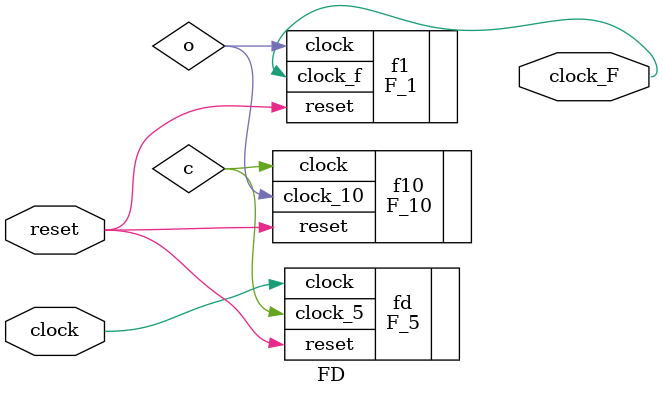
<source format=v>


module FD(
clock,
reset,
clock_F
);

input clock;
input reset;
output  clock_F;


wire c;
wire o;

F_5 fd(
.clock(clock),
.reset(reset),
.clock_5(c)
);

F_10 f10(
.clock(c),
.reset(reset),
.clock_10(o)
);

F_1 f1(
.clock(o),
.reset(reset),
.clock_f(clock_F)
);

endmodule

</source>
